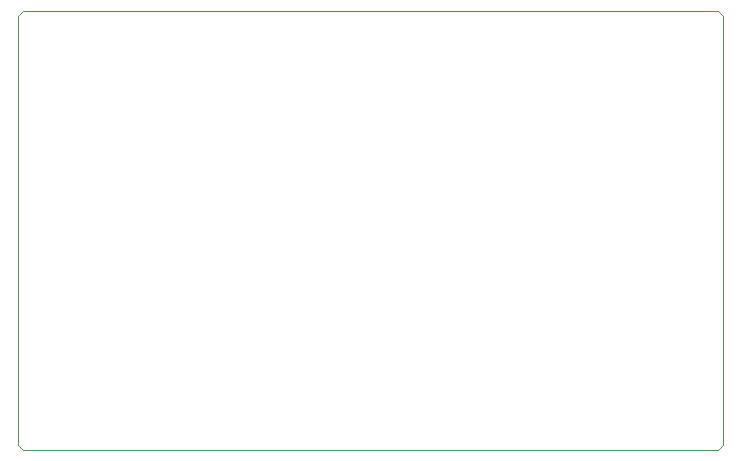
<source format=gbr>
G04 #@! TF.GenerationSoftware,KiCad,Pcbnew,(5.1.4)-1*
G04 #@! TF.CreationDate,2020-11-25T10:34:19+01:00*
G04 #@! TF.ProjectId,MonochromeVGA,4d6f6e6f-6368-4726-9f6d-655647412e6b,rev?*
G04 #@! TF.SameCoordinates,Original*
G04 #@! TF.FileFunction,Profile,NP*
%FSLAX46Y46*%
G04 Gerber Fmt 4.6, Leading zero omitted, Abs format (unit mm)*
G04 Created by KiCad (PCBNEW (5.1.4)-1) date 2020-11-25 10:34:19*
%MOMM*%
%LPD*%
G04 APERTURE LIST*
%ADD10C,0.050000*%
G04 APERTURE END LIST*
D10*
X118666100Y-86870000D02*
X119100000Y-86436100D01*
X119100000Y-123571100D02*
X118666100Y-123140000D01*
X178336100Y-86870000D02*
X177910000Y-86436100D01*
X177900000Y-123570000D02*
X178330000Y-123140000D01*
X119100000Y-123570000D02*
X177900000Y-123570000D01*
X178330000Y-123140000D02*
X178336100Y-86870000D01*
X177910000Y-86436100D02*
X119100000Y-86436100D01*
X118666100Y-86870000D02*
X118666100Y-123140000D01*
M02*

</source>
